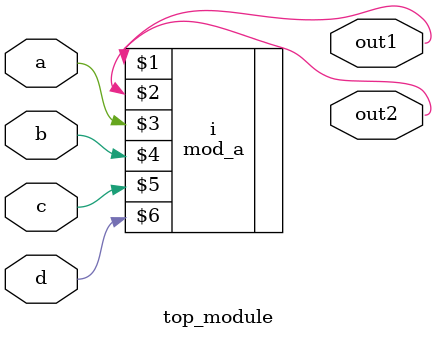
<source format=v>
module top_module ( 
    input a, 
    input b, 
    input c,
    input d,
    output out1,
    output out2
);
    mod_a i (out1, out2, a, b, c, d);
endmodule

</source>
